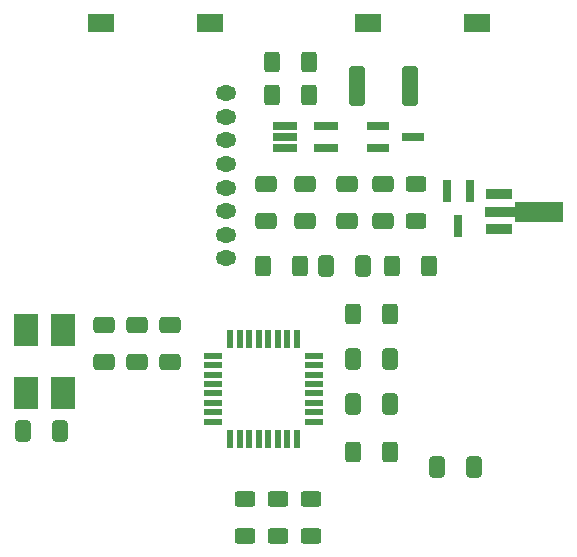
<source format=gbr>
%TF.GenerationSoftware,KiCad,Pcbnew,(6.0.7)*%
%TF.CreationDate,2023-04-08T23:37:57+02:00*%
%TF.ProjectId,hb-uni-644_328P_small,68622d75-6e69-42d3-9634-345f33323850,rev?*%
%TF.SameCoordinates,Original*%
%TF.FileFunction,Paste,Top*%
%TF.FilePolarity,Positive*%
%FSLAX46Y46*%
G04 Gerber Fmt 4.6, Leading zero omitted, Abs format (unit mm)*
G04 Created by KiCad (PCBNEW (6.0.7)) date 2023-04-08 23:37:57*
%MOMM*%
%LPD*%
G01*
G04 APERTURE LIST*
G04 Aperture macros list*
%AMRoundRect*
0 Rectangle with rounded corners*
0 $1 Rounding radius*
0 $2 $3 $4 $5 $6 $7 $8 $9 X,Y pos of 4 corners*
0 Add a 4 corners polygon primitive as box body*
4,1,4,$2,$3,$4,$5,$6,$7,$8,$9,$2,$3,0*
0 Add four circle primitives for the rounded corners*
1,1,$1+$1,$2,$3*
1,1,$1+$1,$4,$5*
1,1,$1+$1,$6,$7*
1,1,$1+$1,$8,$9*
0 Add four rect primitives between the rounded corners*
20,1,$1+$1,$2,$3,$4,$5,0*
20,1,$1+$1,$4,$5,$6,$7,0*
20,1,$1+$1,$6,$7,$8,$9,0*
20,1,$1+$1,$8,$9,$2,$3,0*%
%AMFreePoly0*
4,1,9,5.362500,-0.866500,1.237500,-0.866500,1.237500,-0.450000,-1.237500,-0.450000,-1.237500,0.450000,1.237500,0.450000,1.237500,0.866500,5.362500,0.866500,5.362500,-0.866500,5.362500,-0.866500,$1*%
G04 Aperture macros list end*
%ADD10RoundRect,0.250000X0.625000X-0.400000X0.625000X0.400000X-0.625000X0.400000X-0.625000X-0.400000X0*%
%ADD11R,2.000000X0.650000*%
%ADD12RoundRect,0.250000X-0.412500X-0.650000X0.412500X-0.650000X0.412500X0.650000X-0.412500X0.650000X0*%
%ADD13RoundRect,0.250000X0.400000X0.625000X-0.400000X0.625000X-0.400000X-0.625000X0.400000X-0.625000X0*%
%ADD14RoundRect,0.250000X0.412500X0.650000X-0.412500X0.650000X-0.412500X-0.650000X0.412500X-0.650000X0*%
%ADD15RoundRect,0.250000X-0.650000X0.412500X-0.650000X-0.412500X0.650000X-0.412500X0.650000X0.412500X0*%
%ADD16O,1.750000X1.300000*%
%ADD17RoundRect,0.250000X0.650000X-0.412500X0.650000X0.412500X-0.650000X0.412500X-0.650000X-0.412500X0*%
%ADD18R,2.180000X1.600000*%
%ADD19RoundRect,0.250000X-0.400000X-0.625000X0.400000X-0.625000X0.400000X0.625000X-0.400000X0.625000X0*%
%ADD20R,2.100000X2.700000*%
%ADD21R,2.300000X0.900000*%
%ADD22FreePoly0,0.000000*%
%ADD23R,1.900000X0.800000*%
%ADD24RoundRect,0.250000X-0.400000X-1.450000X0.400000X-1.450000X0.400000X1.450000X-0.400000X1.450000X0*%
%ADD25R,0.800000X1.900000*%
%ADD26R,1.600000X0.550000*%
%ADD27R,0.550000X1.600000*%
G04 APERTURE END LIST*
D10*
%TO.C,R3*%
X53848000Y-94768000D03*
X53848000Y-91668000D03*
%TD*%
D11*
%TO.C,U3*%
X51630000Y-60010000D03*
X51630000Y-60960000D03*
X51630000Y-61910000D03*
X55050000Y-61910000D03*
X55050000Y-60010000D03*
%TD*%
D10*
%TO.C,R6*%
X62738000Y-68098000D03*
X62738000Y-64998000D03*
%TD*%
D12*
%TO.C,C13*%
X64477500Y-88900000D03*
X67602500Y-88900000D03*
%TD*%
D13*
%TO.C,R4*%
X60478000Y-87630000D03*
X57378000Y-87630000D03*
%TD*%
D14*
%TO.C,C10*%
X60490500Y-79756000D03*
X57365500Y-79756000D03*
%TD*%
D15*
%TO.C,C2*%
X41910000Y-76923500D03*
X41910000Y-80048500D03*
%TD*%
%TO.C,C6*%
X50038000Y-64985500D03*
X50038000Y-68110500D03*
%TD*%
D16*
%TO.C,U2*%
X46584000Y-71262000D03*
X46584000Y-69262000D03*
X46584000Y-67262000D03*
X46584000Y-65262000D03*
X46584000Y-63262000D03*
X46584000Y-61262000D03*
X46584000Y-59262000D03*
X46584000Y-57262000D03*
%TD*%
D17*
%TO.C,C9*%
X56896000Y-68110500D03*
X56896000Y-64985500D03*
%TD*%
D13*
%TO.C,R5*%
X60478000Y-75946000D03*
X57378000Y-75946000D03*
%TD*%
D18*
%TO.C,SW2*%
X36050000Y-51308000D03*
X45230000Y-51308000D03*
%TD*%
D10*
%TO.C,R9*%
X51054000Y-94768000D03*
X51054000Y-91668000D03*
%TD*%
D19*
%TO.C,R1*%
X50520000Y-54610000D03*
X53620000Y-54610000D03*
%TD*%
%TO.C,F1*%
X60680000Y-71882000D03*
X63780000Y-71882000D03*
%TD*%
D20*
%TO.C,Y1*%
X29692000Y-77360000D03*
X29692000Y-82660000D03*
X32792000Y-82660000D03*
X32792000Y-77360000D03*
%TD*%
D15*
%TO.C,C8*%
X59944000Y-64985500D03*
X59944000Y-68110500D03*
%TD*%
D19*
%TO.C,R2*%
X50520000Y-57404000D03*
X53620000Y-57404000D03*
%TD*%
D15*
%TO.C,C1*%
X39116000Y-76923500D03*
X39116000Y-80048500D03*
%TD*%
%TO.C,C7*%
X53340000Y-64985500D03*
X53340000Y-68110500D03*
%TD*%
D21*
%TO.C,U4*%
X69732000Y-65810000D03*
D22*
X69819500Y-67310000D03*
D21*
X69732000Y-68810000D03*
%TD*%
D23*
%TO.C,Q1*%
X59460000Y-60010000D03*
X59460000Y-61910000D03*
X62460000Y-60960000D03*
%TD*%
D10*
%TO.C,R8*%
X48260000Y-94768000D03*
X48260000Y-91668000D03*
%TD*%
D13*
%TO.C,R7*%
X52858000Y-71882000D03*
X49758000Y-71882000D03*
%TD*%
D15*
%TO.C,C4*%
X36322000Y-76923500D03*
X36322000Y-80048500D03*
%TD*%
D24*
%TO.C,L1*%
X57719000Y-56642000D03*
X62169000Y-56642000D03*
%TD*%
D12*
%TO.C,C11*%
X55079500Y-71882000D03*
X58204500Y-71882000D03*
%TD*%
D18*
%TO.C,SW1*%
X58656000Y-51308000D03*
X67836000Y-51308000D03*
%TD*%
D25*
%TO.C,Q2*%
X67244000Y-65556000D03*
X65344000Y-65556000D03*
X66294000Y-68556000D03*
%TD*%
D14*
%TO.C,C5*%
X60490500Y-83566000D03*
X57365500Y-83566000D03*
%TD*%
D12*
%TO.C,C3*%
X29425500Y-85852000D03*
X32550500Y-85852000D03*
%TD*%
D26*
%TO.C,U1*%
X45534000Y-79496000D03*
X45534000Y-80296000D03*
X45534000Y-81096000D03*
X45534000Y-81896000D03*
X45534000Y-82696000D03*
X45534000Y-83496000D03*
X45534000Y-84296000D03*
X45534000Y-85096000D03*
D27*
X46984000Y-86546000D03*
X47784000Y-86546000D03*
X48584000Y-86546000D03*
X49384000Y-86546000D03*
X50184000Y-86546000D03*
X50984000Y-86546000D03*
X51784000Y-86546000D03*
X52584000Y-86546000D03*
D26*
X54034000Y-85096000D03*
X54034000Y-84296000D03*
X54034000Y-83496000D03*
X54034000Y-82696000D03*
X54034000Y-81896000D03*
X54034000Y-81096000D03*
X54034000Y-80296000D03*
X54034000Y-79496000D03*
D27*
X52584000Y-78046000D03*
X51784000Y-78046000D03*
X50984000Y-78046000D03*
X50184000Y-78046000D03*
X49384000Y-78046000D03*
X48584000Y-78046000D03*
X47784000Y-78046000D03*
X46984000Y-78046000D03*
%TD*%
M02*

</source>
